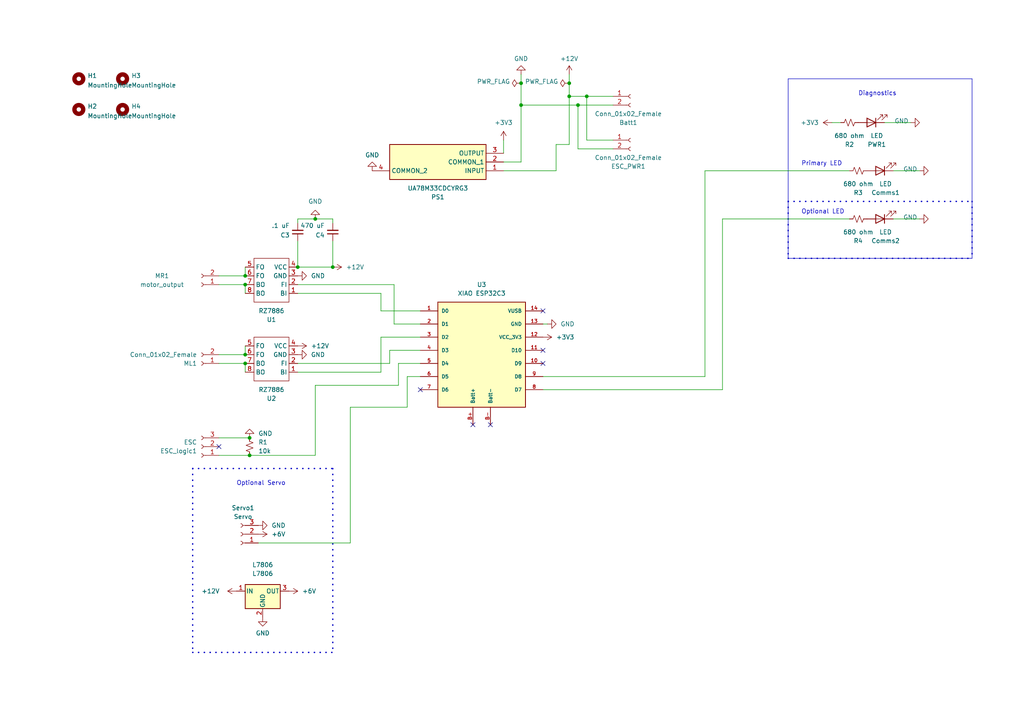
<source format=kicad_sch>
(kicad_sch (version 20230121) (generator eeschema)
  (paper "A4")
  (title_block (title "VS Robot Combat Receiver") (rev "6") (company "Vector Space") (comment 1 "XIAO ESP32C3 with RZ7886 driver"))
  (lib_symbols
    (symbol "Connector:Conn_01x02_Female" (pin_names (offset 1.016) hide)
      (property "Reference" "J" (at 0 2.54 0))
      (property "Value" "Conn_01x02_Female" (at 0 -5.08 0))
      (symbol "Conn_01x02_Female_1_1"
        (arc (start 0 -2.032) (mid -0.5058 -2.54) (end 0 -3.048) (stroke (width 0.1524)))
        (polyline (pts (xy -1.27 -2.54) (xy -0.508 -2.54)) (stroke (width 0.1524)))
        (polyline (pts (xy -1.27 0) (xy -0.508 0)) (stroke (width 0.1524)))
        (arc (start 0 0.508) (mid -0.5058 0) (end 0 -0.508) (stroke (width 0.1524)))
        (pin passive line (at -5.08 0 0) (length 3.81) (name "Pin_1") (number "1"))
        (pin passive line (at -5.08 -2.54 0) (length 3.81) (name "Pin_2") (number "2"))
      )
    )
    (symbol "Connector:Conn_01x03_Female" (pin_names (offset 1.016) hide)
      (property "Reference" "J" (at 0 5.08 0))
      (property "Value" "Conn_01x03_Female" (at 0 -5.08 0))
      (symbol "Conn_01x03_Female_1_1"
        (arc (start 0 -2.032) (mid -0.5058 -2.54) (end 0 -3.048) (stroke (width 0.1524)))
        (polyline (pts (xy -1.27 -2.54) (xy -0.508 -2.54)) (stroke (width 0.1524)))
        (polyline (pts (xy -1.27 0) (xy -0.508 0)) (stroke (width 0.1524)))
        (polyline (pts (xy -1.27 2.54) (xy -0.508 2.54)) (stroke (width 0.1524)))
        (arc (start 0 0.508) (mid -0.5058 0) (end 0 -0.508) (stroke (width 0.1524)))
        (arc (start 0 3.048) (mid -0.5058 2.54) (end 0 2.032) (stroke (width 0.1524)))
        (pin passive line (at -5.08 2.54 0) (length 3.81) (name "Pin_1") (number "1"))
        (pin passive line (at -5.08 0 0) (length 3.81) (name "Pin_2") (number "2"))
        (pin passive line (at -5.08 -2.54 0) (length 3.81) (name "Pin_3") (number "3"))
      )
    )
    (symbol "Device:C_Small" (pin_numbers hide) (pin_names (offset 0.254) hide)
      (property "Reference" "C" (at 0.254 1.778 0))
      (property "Value" "C_Small" (at 0.254 -2.032 0))
      (symbol "C_Small_0_1"
        (polyline (pts (xy -1.524 -0.508) (xy 1.524 -0.508)) (stroke (width 0.3302)))
        (polyline (pts (xy -1.524 0.508) (xy 1.524 0.508)) (stroke (width 0.3048)))
      )
      (symbol "C_Small_1_1"
        (pin passive line (at 0 2.54 270) (length 2.032) (name "~") (number "1"))
        (pin passive line (at 0 -2.54 90) (length 2.032) (name "~") (number "2"))
      )
    )
    (symbol "Device:LED" (pin_numbers hide) (pin_names (offset 1.016) hide)
      (property "Reference" "D" (at 0 2.54 0))
      (property "Value" "LED" (at 0 -2.54 0))
      (symbol "LED_0_1"
        (polyline (pts (xy -1.27 -1.27) (xy -1.27 1.27)) (stroke (width 0.254)))
        (polyline (pts (xy -1.27 0) (xy 1.27 0)))
        (polyline (pts (xy 1.27 -1.27) (xy 1.27 1.27) (xy -1.27 0) (xy 1.27 -1.27)) (stroke (width 0.254)))
        (polyline (pts (xy -3.048 -0.762) (xy -4.572 -2.286) (xy -3.81 -2.286) (xy -4.572 -2.286) (xy -4.572 -1.524)))
        (polyline (pts (xy -1.778 -0.762) (xy -3.302 -2.286) (xy -2.54 -2.286) (xy -3.302 -2.286) (xy -3.302 -1.524)))
      )
      (symbol "LED_1_1"
        (pin passive line (at -3.81 0 0) (length 2.54) (name "K") (number "1"))
        (pin passive line (at 3.81 0 180) (length 2.54) (name "A") (number "2"))
      )
    )
    (symbol "Device:R_Small_US" (pin_numbers hide) (pin_names (offset 0.254) hide)
      (property "Reference" "R" (at 0.762 0.508 0))
      (property "Value" "R_Small_US" (at 0.762 -1.016 0))
      (symbol "R_Small_US_1_1"
        (polyline (pts (xy 0 0) (xy 1.016 -0.381) (xy 0 -0.762) (xy -1.016 -1.143) (xy 0 -1.524)))
        (polyline (pts (xy 0 1.524) (xy 1.016 1.143) (xy 0 0.762) (xy -1.016 0.381) (xy 0 0)))
        (pin passive line (at 0 2.54 270) (length 1.016) (name "~") (number "1"))
        (pin passive line (at 0 -2.54 90) (length 1.016) (name "~") (number "2"))
      )
    )
    (symbol "Mechanical:MountingHole" (pin_names (offset 1.016))
      (property "Reference" "H" (at 0 5.08 0))
      (property "Value" "MountingHole" (at 0 3.175 0))
      (symbol "MountingHole_0_1"
        (circle (center 0 0) (radius 1.27) (stroke (width 1.27)))
      )
    )
    (symbol "RZ7886:RZ7886"
      (property "Reference" "U" (at 0 0 0))
      (property "Value" "RZ7886" (at 0 5.08 0))
      (symbol "RZ7886_0_1"
        (rectangle (start -5.08 -1.27) (end 5.08 -13.97))
      )
      (symbol "RZ7886_1_1"
        (pin input line (at -7.62 -3.81 0) (length 2.54) (name "BI") (number "1"))
        (pin input line (at -7.62 -6.35 0) (length 2.54) (name "FI") (number "2"))
        (pin power_in line (at -7.62 -8.89 0) (length 2.54) (name "GND") (number "3"))
        (pin power_in line (at -7.62 -11.43 0) (length 2.54) (name "VCC") (number "4"))
        (pin bidirectional line (at 7.62 -11.43 180) (length 2.54) (name "FO") (number "5"))
        (pin bidirectional line (at 7.62 -8.89 180) (length 2.54) (name "FO") (number "6"))
        (pin bidirectional line (at 7.62 -6.35 180) (length 2.54) (name "BO") (number "7"))
        (pin bidirectional line (at 7.62 -3.81 180) (length 2.54) (name "BO") (number "8"))
      )
    )
    (symbol "RZ7886_1"
      (property "Reference" "U" (at 0 0 0))
      (property "Value" "RZ7886" (at 0 5.08 0))
      (symbol "RZ7886_1_0_1"
        (rectangle (start -5.08 -1.27) (end 5.08 -13.97))
      )
      (symbol "RZ7886_1_1_1"
        (pin input line (at -7.62 -3.81 0) (length 2.54) (name "BI") (number "1"))
        (pin input line (at -7.62 -6.35 0) (length 2.54) (name "FI") (number "2"))
        (pin power_in line (at -7.62 -8.89 0) (length 2.54) (name "GND") (number "3"))
        (pin power_in line (at -7.62 -11.43 0) (length 2.54) (name "VCC") (number "4"))
        (pin bidirectional line (at 7.62 -11.43 180) (length 2.54) (name "FO") (number "5"))
        (pin bidirectional line (at 7.62 -8.89 180) (length 2.54) (name "FO") (number "6"))
        (pin bidirectional line (at 7.62 -6.35 180) (length 2.54) (name "BO") (number "7"))
        (pin bidirectional line (at 7.62 -3.81 180) (length 2.54) (name "BO") (number "8"))
      )
    )
    (symbol "Regulator_Linear:L7806" (pin_names (offset 0.254))
      (property "Reference" "U" (at -3.81 3.175 0))
      (property "Value" "L7806" (at 0 3.175 0))
      (symbol "L7806_0_1"
        (rectangle (start -5.08 1.905) (end 5.08 -5.08) (stroke (width 0.254)) (fill (type background)))
      )
      (symbol "L7806_1_1"
        (pin power_in line (at -7.62 0 0) (length 2.54) (name "IN") (number "1"))
        (pin power_in line (at 0 -7.62 90) (length 2.54) (name "GND") (number "2"))
        (pin power_out line (at 7.62 0 180) (length 2.54) (name "OUT") (number "3"))
      )
    )
    (symbol "libraries:UA78M33CDCYRG3"
      (property "Reference" "PS1" (at 19.05 7.62 0))
      (property "Value" "UA78M33CDCYRG3" (at 19.05 5.08 0))
      (symbol "UA78M33CDCYRG3_1_1"
        (rectangle (start 5.08 2.54) (end 33.02 -7.62) (stroke (width 0.254)) (fill (type background)))
        (pin power_in line (at 0 0 0) (length 5.08) (name "INPUT") (number "1"))
        (pin power_in line (at 0 -2.54 0) (length 5.08) (name "COMMON_1") (number "2"))
        (pin power_out line (at 0 -5.08 0) (length 5.08) (name "OUTPUT") (number "3"))
        (pin power_in line (at 38.1 0 180) (length 5.08) (name "COMMON_2") (number "4"))
      )
    )
    (symbol "power:+12V" (power) (pin_names (offset 0))
      (property "Value" "+12V" (at 0 3.556 0))
      (symbol "+12V_0_1"
        (polyline (pts (xy -0.762 1.27) (xy 0 2.54)))
        (polyline (pts (xy 0 0) (xy 0 2.54)))
        (polyline (pts (xy 0 2.54) (xy 0.762 1.27)))
      )
      (symbol "+12V_1_1"
        (pin power_in line (at 0 0 90) (length 0) hide (name "+12V") (number "1"))
      )
    )
    (symbol "power:+3.3V" (power) (pin_names (offset 0))
      (property "Value" "+3.3V" (at 0 3.556 0))
      (symbol "+3.3V_0_1"
        (polyline (pts (xy -0.762 1.27) (xy 0 2.54)))
        (polyline (pts (xy 0 0) (xy 0 2.54)))
        (polyline (pts (xy 0 2.54) (xy 0.762 1.27)))
      )
      (symbol "+3.3V_1_1"
        (pin power_in line (at 0 0 90) (length 0) hide (name "+3V3") (number "1"))
      )
    )
    (symbol "power:+6V" (power) (pin_names (offset 0))
      (property "Value" "+6V" (at 0 3.556 0))
      (symbol "+6V_0_1"
        (polyline (pts (xy -0.762 1.27) (xy 0 2.54)))
        (polyline (pts (xy 0 0) (xy 0 2.54)))
        (polyline (pts (xy 0 2.54) (xy 0.762 1.27)))
      )
      (symbol "+6V_1_1"
        (pin power_in line (at 0 0 90) (length 0) hide (name "+6V") (number "1"))
      )
    )
    (symbol "power:GND" (power) (pin_names (offset 0))
      (property "Value" "GND" (at 0 -3.81 0))
      (symbol "GND_0_1"
        (polyline (pts (xy 0 0) (xy 0 -1.27) (xy 1.27 -1.27) (xy 0 -2.54) (xy -1.27 -1.27) (xy 0 -1.27)))
      )
      (symbol "GND_1_1"
        (pin power_in line (at 0 0 270) (length 0) hide (name "GND") (number "1"))
      )
    )
    (symbol "power:PWR_FLAG" (power) (pin_numbers hide) (pin_names (offset 0) hide)
      (property "Value" "PWR_FLAG" (at 0 3.81 0))
      (symbol "PWR_FLAG_0_0"
        (pin power_out line (at 0 0 90) (length 0) (name "pwr") (number "1"))
      )
      (symbol "PWR_FLAG_0_1"
        (polyline (pts (xy 0 0) (xy 0 1.27) (xy -1.016 1.905) (xy 0 2.54) (xy 1.016 1.905) (xy 0 1.27)))
      )
    )
    (symbol "xiao_esp32c3:XIAO ESP32C3" (pin_names (offset 1.016))
      (property "Reference" "U" (at -12.7 16.002 0))
      (property "Value" "XIAO ESP32C3" (at 7.62 -19.05 0))
      (symbol "XIAO ESP32C3_0_0"
        (rectangle (start -12.7 15.24) (end 12.7 -15.24) (stroke (width 0.254)) (fill (type background)))
        (pin bidirectional line (at -17.78 12.7 0) (length 5.08) (name "D0") (number "1"))
        (pin bidirectional line (at 17.78 -2.54 180) (length 5.08) (name "D9") (number "10"))
        (pin bidirectional line (at 17.78 1.27 180) (length 5.08) (name "D10") (number "11"))
        (pin power_in line (at 17.78 5.08 180) (length 5.08) (name "VCC_3V3") (number "12"))
        (pin power_in line (at 17.78 8.89 180) (length 5.08) (name "GND") (number "13"))
        (pin power_in line (at 17.78 12.7 180) (length 5.08) (name "VUSB") (number "14"))
        (pin bidirectional line (at -17.78 8.89 0) (length 5.08) (name "D1") (number "2"))
        (pin bidirectional line (at -17.78 5.08 0) (length 5.08) (name "D2") (number "3"))
        (pin bidirectional line (at -17.78 1.27 0) (length 5.08) (name "D3") (number "4"))
        (pin bidirectional line (at -17.78 -2.54 0) (length 5.08) (name "D4") (number "5"))
        (pin bidirectional line (at -17.78 -6.35 0) (length 5.08) (name "D5") (number "6"))
        (pin bidirectional line (at 17.78 -6.35 180) (length 5.08) (name "D8") (number "9"))
      )
      (symbol "XIAO ESP32C3_1_0"
        (pin bidirectional line (at -17.78 -10.16 0) (length 5.08) (name "D6") (number "7"))
        (pin bidirectional line (at 17.78 -10.16 180) (length 5.08) (name "D7") (number "8"))
        (pin power_in line (at -2.54 -20.32 90) (length 5.08) (name "Batt+") (number "B+"))
        (pin power_in line (at 2.54 -20.32 90) (length 5.08) (name "Batt-") (number "B-"))
      )
    )
  )
  (junction (at 71.12 102.87))
  (junction (at 151.13 24.13))
  (junction (at 71.12 105.41))
  (junction (at 170.18 27.94))
  (junction (at 72.39 132.08))
  (junction (at 71.12 82.55))
  (junction (at 71.12 80.01))
  (junction (at 165.1 24.13))
  (junction (at 96.52 77.47))
  (junction (at 151.13 30.48))
  (junction (at 86.36 77.47))
  (junction (at 165.1 27.94))
  (junction (at 72.39 127))
  (junction (at 91.44 63.5))
  (junction (at 167.64 30.48))
  (no_connect (at 137.16 123.19))
  (no_connect (at 157.48 105.41))
  (no_connect (at 63.5 129.54))
  (no_connect (at 157.48 101.6))
  (no_connect (at 121.92 113.03))
  (no_connect (at 142.24 123.19))
  (no_connect (at 157.48 90.17))
  (wire (pts (xy 209.55 113.03) (xy 157.48 113.03)))
  (wire (pts (xy 63.5 105.41) (xy 71.12 105.41)))
  (polyline (pts (xy 281.94 58.42) (xy 281.94 74.93)) (stroke (width 0.4) (type dot)))
  (polyline (pts (xy 228.6 74.93) (xy 281.94 74.93)) (stroke (width 0.4) (type dot)))
  (wire (pts (xy 121.92 109.22) (xy 118.11 109.22)))
  (wire (pts (xy 118.11 109.22) (xy 118.11 118.11)))
  (wire (pts (xy 151.13 46.99) (xy 151.13 30.48)))
  (wire (pts (xy 71.12 80.01) (xy 71.12 77.47)))
  (wire (pts (xy 167.64 30.48) (xy 167.64 43.18)))
  (wire (pts (xy 110.49 90.17) (xy 110.49 85.09)))
  (wire (pts (xy 266.7 63.5) (xy 259.08 63.5)))
  (wire (pts (xy 71.12 107.95) (xy 71.12 105.41)))
  (polyline (pts (xy 281.94 22.86) (xy 281.94 74.93)))
  (polyline (pts (xy 55.88 135.89) (xy 55.88 189.23)) (stroke (width 0.4) (type dot)))
  (wire (pts (xy 72.39 127) (xy 63.5 127)))
  (wire (pts (xy 91.44 132.08) (xy 72.39 132.08)))
  (wire (pts (xy 110.49 97.79) (xy 121.92 97.79)))
  (polyline (pts (xy 55.88 135.89) (xy 96.52 135.89)) (stroke (width 0.4) (type dot)))
  (wire (pts (xy 246.38 63.5) (xy 209.55 63.5)))
  (wire (pts (xy 204.47 49.53) (xy 246.38 49.53)))
  (wire (pts (xy 161.29 49.53) (xy 146.05 49.53)))
  (wire (pts (xy 86.36 82.55) (xy 114.3 82.55)))
  (wire (pts (xy 161.29 41.91) (xy 165.1 41.91)))
  (wire (pts (xy 167.64 30.48) (xy 151.13 30.48)))
  (wire (pts (xy 114.3 82.55) (xy 114.3 93.98)))
  (wire (pts (xy 86.36 77.47) (xy 96.52 77.47)))
  (wire (pts (xy 71.12 102.87) (xy 63.5 102.87)))
  (wire (pts (xy 146.05 44.45) (xy 146.05 40.64)))
  (wire (pts (xy 177.8 27.94) (xy 170.18 27.94)))
  (polyline (pts (xy 228.6 58.42) (xy 228.6 74.93)) (stroke (width 0.4) (type dot)))
  (wire (pts (xy 151.13 24.13) (xy 151.13 30.48)))
  (polyline (pts (xy 55.88 189.23) (xy 96.52 189.23)) (stroke (width 0.4) (type dot)))
  (wire (pts (xy 170.18 27.94) (xy 165.1 27.94)))
  (wire (pts (xy 113.03 105.41) (xy 86.36 105.41)))
  (wire (pts (xy 113.03 101.6) (xy 113.03 105.41)))
  (polyline (pts (xy 228.6 74.93) (xy 281.94 74.93)))
  (wire (pts (xy 114.3 93.98) (xy 121.92 93.98)))
  (wire (pts (xy 121.92 101.6) (xy 113.03 101.6)))
  (wire (pts (xy 121.92 90.17) (xy 110.49 90.17)))
  (wire (pts (xy 91.44 63.5) (xy 86.36 63.5)))
  (wire (pts (xy 110.49 85.09) (xy 86.36 85.09)))
  (wire (pts (xy 151.13 21.59) (xy 151.13 24.13)))
  (wire (pts (xy 165.1 27.94) (xy 165.1 24.13)))
  (wire (pts (xy 71.12 80.01) (xy 63.5 80.01)))
  (wire (pts (xy 86.36 69.85) (xy 86.36 77.47)))
  (wire (pts (xy 157.48 109.22) (xy 204.47 109.22)))
  (wire (pts (xy 74.93 157.48) (xy 101.6 157.48)))
  (wire (pts (xy 96.52 77.47) (xy 96.52 69.85)))
  (wire (pts (xy 71.12 102.87) (xy 71.12 100.33)))
  (wire (pts (xy 91.44 111.76) (xy 115.57 111.76)))
  (wire (pts (xy 101.6 157.48) (xy 101.6 118.11)))
  (polyline (pts (xy 228.6 22.86) (xy 281.94 22.86)))
  (wire (pts (xy 243.84 35.56) (xy 241.3 35.56)))
  (wire (pts (xy 266.7 49.53) (xy 259.08 49.53)))
  (wire (pts (xy 86.36 107.95) (xy 110.49 107.95)))
  (wire (pts (xy 167.64 43.18) (xy 177.8 43.18)))
  (wire (pts (xy 157.48 93.98) (xy 158.75 93.98)))
  (wire (pts (xy 96.52 63.5) (xy 91.44 63.5)))
  (wire (pts (xy 101.6 118.11) (xy 118.11 118.11)))
  (wire (pts (xy 161.29 41.91) (xy 161.29 49.53)))
  (wire (pts (xy 165.1 24.13) (xy 165.1 21.59)))
  (wire (pts (xy 151.13 46.99) (xy 146.05 46.99)))
  (wire (pts (xy 170.18 27.94) (xy 170.18 40.64)))
  (wire (pts (xy 115.57 105.41) (xy 115.57 111.76)))
  (wire (pts (xy 96.52 64.77) (xy 96.52 63.5)))
  (polyline (pts (xy 228.6 58.42) (xy 281.94 58.42)) (stroke (width 0.4) (type dot)))
  (polyline (pts (xy 228.6 22.86) (xy 228.6 74.93)))
  (wire (pts (xy 71.12 85.09) (xy 71.12 82.55)))
  (wire (pts (xy 91.44 111.76) (xy 91.44 132.08)))
  (wire (pts (xy 170.18 40.64) (xy 177.8 40.64)))
  (wire (pts (xy 121.92 105.41) (xy 115.57 105.41)))
  (wire (pts (xy 63.5 132.08) (xy 72.39 132.08)))
  (wire (pts (xy 63.5 82.55) (xy 71.12 82.55)))
  (wire (pts (xy 165.1 41.91) (xy 165.1 27.94)))
  (wire (pts (xy 264.16 35.56) (xy 256.54 35.56)))
  (wire (pts (xy 177.8 30.48) (xy 167.64 30.48)))
  (polyline (pts (xy 96.52 135.89) (xy 96.52 189.23)) (stroke (width 0.4) (type dot)))
  (wire (pts (xy 110.49 107.95) (xy 110.49 97.79)))
  (wire (pts (xy 204.47 49.53) (xy 204.47 109.22)))
  (wire (pts (xy 86.36 64.77) (xy 86.36 63.5)))
  (wire (pts (xy 209.55 63.5) (xy 209.55 113.03)))
  (text "Optional Servo" (at 68.58 140.97 0) (effects (font (size 1.27 1.27)) (justify left bottom)))
  (text "Diagnostics" (at 248.92 27.94 0) (effects (font (size 1.27 1.27)) (justify left bottom)))
  (text "Optional LED" (at 232.41 62.23 0) (effects (font (size 1.27 1.27)) (justify left bottom)))
  (text "Primary LED" (at 232.41 48.26 0) (effects (font (size 1.27 1.27)) (justify left bottom)))
  (symbol (lib_id "power:PWR_FLAG") (at 165.1 24.13 90) (unit 1)
    (property "Reference" "#FLG01" (effects hide))
    (property "Value" "PWR_FLAG" (at 161.925 23.651 90) (effects (justify left)))
  )
  (symbol (lib_id "power:+12V") (at 96.52 77.47 270) (unit 1)
    (property "Reference" "#PWR010" (effects hide))
    (property "Value" "+12V" (at 100.33 77.47 90) (effects (justify left)))
  )
  (symbol (lib_id "Device:R_Small_US") (at 248.92 63.5 90) (unit 1)
    (property "Reference" "R4" (at 248.92 69.85 90))
    (property "Value" "680 ohm" (at 248.92 67.31 90))
    (property "Footprint" "Resistor_SMD:R_0805_2012Metric_Pad1.20x1.40mm_HandSolder" (effects hide))
  )
  (symbol (lib_id "Device:LED") (at 255.27 49.53 180) (unit 1)
    (property "Reference" "Comms1" (at 256.8575 55.88 0))
    (property "Value" "LED" (at 256.8575 53.34 0))
    (property "Footprint" "LED_SMD:LED_0805_2012Metric_Pad1.15x1.40mm_HandSolder" (effects hide))
  )
  (symbol (lib_id "Mechanical:MountingHole") (at 22.86 22.86 0) (unit 1)
    (property "Reference" "H1" (at 25.4 21.9515 0) (effects (justify left)))
    (property "Value" "MountingHole" (at 25.4 24.7266 0) (effects (justify left)))
    (property "Footprint" "MountingHole:MountingHole_3.2mm_M3" (effects hide))
  )
  (symbol (lib_id "power:GND") (at 91.44 63.5 180) (unit 1)
    (property "Reference" "#PWR02" (effects hide))
    (property "Value" "GND" (at 91.44 58.42 0))
  )
  (symbol (lib_id "xiao_esp32c3:XIAO ESP32C3") (at 139.7 102.87 0) (unit 1)
    (property "Reference" "U3" (at 139.7 82.55 0))
    (property "Value" "XIAO ESP32C3" (at 139.7 85.09 0))
    (property "Footprint" "XIAO_ESP32C3:xiao_esp32c3" (effects hide))
    (property "Datasheet" "https://files.seeedstudio.com/wiki/Seeed-Studio-XIAO-ESP32/esp32-c3_datasheet.pdf" (effects hide))
    (property "Description" "ESP32C3 Transceiver Evaluation Board" (effects hide))
    (property "MANUFACTURER" "Seeed Technology" (effects hide))
  )
  (symbol (lib_id "power:+3.3V") (at 241.3 35.56 90) (unit 1)
    (property "Reference" "#PWR06" (effects hide))
    (property "Value" "+3.3V" (at 237.49 35.56 90) (effects (justify left)))
  )
  (symbol (lib_id "Connector:Conn_01x02_Female") (at 58.42 105.41 180) (unit 1)
    (property "Reference" "ML1" (at 57.15 105.41 0) (effects (justify left)))
    (property "Value" "Conn_01x02_Female" (at 57.15 102.87 0) (effects (justify left)))
    (property "Footprint" "Connector_PinSocket_2.54mm:PinSocket_1x02_P2.54mm_Vertical" (effects hide))
  )
  (symbol (lib_id "power:GND") (at 158.75 93.98 90) (unit 1)
    (property "Reference" "#PWR013" (effects hide))
    (property "Value" "GND" (at 162.56 93.98 90) (effects (justify right)))
  )
  (symbol (lib_id "power:+12V") (at 165.1 21.59 0) (unit 1)
    (property "Reference" "#PWR01" (effects hide))
    (property "Value" "+12V" (at 165.1 17.0275 0))
  )
  (symbol (lib_id "power:GND") (at 264.16 35.56 90) (unit 1)
    (property "Reference" "#PWR07" (effects hide))
    (property "Value" "GND" (at 263.525 35.081 90) (effects (justify left)))
  )
  (symbol (lib_id "power:+6V") (at 83.82 171.45 270) (unit 1)
    (property "Reference" "#PWR020" (effects hide))
    (property "Value" "+6V" (at 87.63 171.4499 90) (effects (justify left)))
  )
  (symbol (lib_id "Device:LED") (at 255.27 63.5 180) (unit 1)
    (property "Reference" "Comms2" (at 256.8575 69.85 0))
    (property "Value" "LED" (at 256.8575 67.31 0))
    (property "Footprint" "LED_SMD:LED_0805_2012Metric_Pad1.15x1.40mm_HandSolder" (effects hide))
  )
  (symbol (lib_id "power:GND") (at 74.93 152.4 90) (unit 1)
    (property "Reference" "#PWR016" (effects hide))
    (property "Value" "GND" (at 78.74 152.3999 90) (effects (justify right)))
  )
  (symbol (lib_id "power:GND") (at 107.95 49.53 180) (unit 1)
    (property "Reference" "#PWR019" (effects hide))
    (property "Value" "GND" (at 107.95 44.9675 0))
  )
  (symbol (lib_id "Device:LED") (at 252.73 35.56 180) (unit 1)
    (property "Reference" "PWR1" (at 254.3175 41.91 0))
    (property "Value" "LED" (at 254.3175 39.37 0))
    (property "Footprint" "LED_SMD:LED_0805_2012Metric_Pad1.15x1.40mm_HandSolder" (effects hide))
  )
  (symbol (lib_id "power:+6V") (at 74.93 154.94 270) (unit 1)
    (property "Reference" "#PWR017" (effects hide))
    (property "Value" "+6V" (at 78.74 154.9399 90) (effects (justify left)))
  )
  (symbol (lib_id "Connector:Conn_01x03_Female") (at 69.85 154.94 180) (unit 1)
    (property "Reference" "Servo1" (at 70.485 147.32 0))
    (property "Value" "Servo" (at 70.485 149.86 0))
    (property "Footprint" "Connector_PinSocket_2.54mm:PinSocket_1x03_P2.54mm_Vertical" (effects hide))
  )
  (symbol (lib_id "power:GND") (at 86.36 80.01 90) (unit 1)
    (property "Reference" "#PWR09" (effects hide))
    (property "Value" "GND" (at 90.17 80.01 90) (effects (justify right)))
  )
  (symbol (lib_id "Connector:Conn_01x03_Female") (at 58.42 129.54 180) (unit 1)
    (property "Reference" "ESC_logic1" (at 57.15 130.81 0) (effects (justify left)))
    (property "Value" "ESC" (at 57.15 128.27 0) (effects (justify left)))
    (property "Footprint" "Connector_PinSocket_2.54mm:PinSocket_1x03_P2.54mm_Vertical" (effects hide))
  )
  (symbol (lib_id "Device:R_Small_US") (at 72.39 129.54 0) (unit 1)
    (property "Reference" "R1" (at 74.93 128.27 0) (effects (justify left)))
    (property "Value" "10k" (at 74.93 130.81 0) (effects (justify left)))
    (property "Footprint" "Resistor_SMD:R_0805_2012Metric_Pad1.20x1.40mm_HandSolder" (effects hide))
  )
  (symbol (lib_id "libraries:UA78M33CDCYRG3") (at 146.05 49.53 180) (unit 1)
    (property "Reference" "PS1" (at 127 57.15 0))
    (property "Value" "UA78M33CDCYRG3" (at 127 54.61 0))
    (property "Footprint" "ua78-vreg:SOT230P700X180-4N" (effects hide))
    (property "Datasheet" "https://datasheet.datasheetarchive.com/originals/distributors/SFDatasheet-6/sf-000132451.pdf" (effects hide))
    (property "Height" "1.8" (effects hide))
    (property "Mouser Part Number" "595-UA78M33CDCYRG3" (effects hide))
    (property "Mouser Price/Stock" "https://www.mouser.co.uk/ProductDetail/Texas-Instruments/UA78M33CDCYRG3?qs=0O%2FZFlpUpJWpEeApPMv65Q%3D%3D" (effects hide))
    (property "Manufacturer_Name" "Texas Instruments" (effects hide))
    (property "Manufacturer_Part_Number" "UA78M33CDCYRG3" (effects hide))
  )
  (symbol (lib_id "power:+12V") (at 68.58 171.45 90) (unit 1)
    (property "Reference" "#PWR015" (effects hide))
    (property "Value" "+12V" (at 58.42 171.45 90) (effects (justify right)))
  )
  (symbol (lib_id "Device:C_Small") (at 96.52 67.31 180) (unit 1)
    (property "Reference" "C4" (at 94.1959 68.2122 0) (effects (justify left)))
    (property "Value" "470 uF" (at 94.1959 65.4371 0) (effects (justify left)))
    (property "Footprint" "Capacitor_THT:CP_Radial_D8.0mm_P3.80mm" (effects hide))
  )
  (symbol (lib_id "power:GND") (at 72.39 127 180) (unit 1)
    (property "Reference" "#PWR014" (effects hide))
    (property "Value" "GND" (at 74.93 125.73 0) (effects (justify right)))
  )
  (symbol (lib_id "Mechanical:MountingHole") (at 22.86 31.75 0) (unit 1)
    (property "Reference" "H2" (at 25.4 30.8415 0) (effects (justify left)))
    (property "Value" "MountingHole" (at 25.4 33.6166 0) (effects (justify left)))
    (property "Footprint" "MountingHole:MountingHole_3.2mm_M3" (effects hide))
  )
  (symbol (lib_id "power:GND") (at 266.7 49.53 90) (unit 1)
    (property "Reference" "#PWR021" (effects hide))
    (property "Value" "GND" (at 266.065 49.051 90) (effects (justify left)))
  )
  (symbol (lib_id "Device:R_Small_US") (at 246.38 35.56 90) (unit 1)
    (property "Reference" "R2" (at 246.38 41.91 90))
    (property "Value" "680 ohm" (at 246.38 39.37 90))
    (property "Footprint" "Resistor_SMD:R_0805_2012Metric_Pad1.20x1.40mm_HandSolder" (effects hide))
  )
  (symbol (lib_name "RZ7886_1") (lib_id "RZ7886:RZ7886") (at 78.74 88.9 180) (unit 1)
    (property "Reference" "U1" (at 78.74 92.71 0))
    (property "Value" "RZ7886" (at 78.74 90.17 0))
    (property "Footprint" "Package_DIP:DIP-8_W7.62mm" (effects hide))
    (property "Datasheet" "https://www.micros.com.pl/mediaserver/UIRZ7886_0001.pdf" (effects hide))
  )
  (symbol (lib_id "Connector:Conn_01x02_Female") (at 182.88 40.64 0) (unit 1)
    (property "Reference" "ESC_PWR1" (at 182.245 48.26 0))
    (property "Value" "Conn_01x02_Female" (at 182.245 45.72 0))
    (property "Footprint" "custom:battery_pads" (effects hide))
  )
  (symbol (lib_id "Device:R_Small_US") (at 248.92 49.53 90) (unit 1)
    (property "Reference" "R3" (at 248.92 55.88 90))
    (property "Value" "680 ohm" (at 248.92 53.34 90))
    (property "Footprint" "Resistor_SMD:R_0805_2012Metric_Pad1.20x1.40mm_HandSolder" (effects hide))
  )
  (symbol (lib_id "power:GND") (at 86.36 102.87 90) (unit 1)
    (property "Reference" "#PWR08" (effects hide))
    (property "Value" "GND" (at 90.17 102.87 90) (effects (justify right)))
  )
  (symbol (lib_id "Mechanical:MountingHole") (at 35.56 22.86 0) (unit 1)
    (property "Reference" "H3" (at 38.1 21.9515 0) (effects (justify left)))
    (property "Value" "MountingHole" (at 38.1 24.7266 0) (effects (justify left)))
    (property "Footprint" "MountingHole:MountingHole_3.2mm_M3" (effects hide))
  )
  (symbol (lib_id "Connector:Conn_01x02_Female") (at 182.88 27.94 0) (unit 1)
    (property "Reference" "Batt1" (at 182.245 35.56 0))
    (property "Value" "Conn_01x02_Female" (at 182.245 33.02 0))
    (property "Footprint" "custom:battery_pads" (effects hide))
  )
  (symbol (lib_id "power:GND") (at 266.7 63.5 90) (unit 1)
    (property "Reference" "#PWR011" (effects hide))
    (property "Value" "GND" (at 266.065 63.021 90) (effects (justify left)))
  )
  (symbol (lib_id "Regulator_Linear:L7806") (at 76.2 171.45 0) (unit 1)
    (property "Reference" "L7806" (at 76.2 163.83 0))
    (property "Value" "L7806" (at 76.2 166.37 0))
    (property "Footprint" "Package_TO_SOT_SMD:TO-263-2_TabPin1" (effects hide))
    (property "Datasheet" "http://www.st.com/content/ccc/resource/technical/document/datasheet/41/4f/b3/b0/12/d4/47/88/CD00000444.pdf/files/CD00000444.pdf/jcr:content/translations/en.CD00000444.pdf" (effects hide))
  )
  (symbol (lib_id "power:+3.3V") (at 157.48 97.79 270) (unit 1)
    (property "Reference" "#PWR05" (effects hide))
    (property "Value" "+3.3V" (at 161.29 97.79 90) (effects (justify left)))
  )
  (symbol (lib_id "power:+12V") (at 86.36 100.33 270) (unit 1)
    (property "Reference" "#PWR03" (effects hide))
    (property "Value" "+12V" (at 90.17 100.33 90) (effects (justify left)))
  )
  (symbol (lib_id "Device:C_Small") (at 86.36 67.31 180) (unit 1)
    (property "Reference" "C3" (at 84.0359 68.2122 0) (effects (justify left)))
    (property "Value" ".1 uF" (at 84.0359 65.4371 0) (effects (justify left)))
    (property "Footprint" "Capacitor_SMD:C_0805_2012Metric_Pad1.18x1.45mm_HandSolder" (effects hide))
  )
  (symbol (lib_id "Mechanical:MountingHole") (at 35.56 31.75 0) (unit 1)
    (property "Reference" "H4" (at 38.1 30.8415 0) (effects (justify left)))
    (property "Value" "MountingHole" (at 38.1 33.6166 0) (effects (justify left)))
    (property "Footprint" "MountingHole:MountingHole_3.2mm_M3" (effects hide))
  )
  (symbol (lib_id "power:+3.3V") (at 146.05 40.64 0) (unit 1)
    (property "Reference" "#PWR012" (effects hide))
    (property "Value" "+3.3V" (at 146.05 35.56 0))
  )
  (symbol (lib_id "Connector:Conn_01x02_Female") (at 58.42 82.55 180) (unit 1)
    (property "Reference" "MR1" (at 46.99 80.01 0))
    (property "Value" "motor_output" (at 46.99 82.55 0))
    (property "Footprint" "custom:DC_motor_output" (effects hide))
  )
  (symbol (lib_id "power:GND") (at 151.13 21.59 180) (unit 1)
    (property "Reference" "#PWR04" (effects hide))
    (property "Value" "GND" (at 151.13 17.0275 0))
  )
  (symbol (lib_id "power:PWR_FLAG") (at 151.13 24.13 90) (unit 1)
    (property "Reference" "#FLG02" (effects hide))
    (property "Value" "PWR_FLAG" (at 147.955 23.651 90) (effects (justify left)))
  )
  (symbol (lib_id "power:GND") (at 76.2 179.07 0) (unit 1)
    (property "Reference" "#PWR018" (effects hide))
    (property "Value" "GND" (at 76.2 183.6325 0))
  )
  (symbol (lib_id "RZ7886:RZ7886") (at 78.74 111.76 180) (unit 1)
    (property "Reference" "U2" (at 78.74 115.57 0))
    (property "Value" "RZ7886" (at 78.74 113.03 0))
    (property "Footprint" "Package_DIP:DIP-8_W7.62mm" (effects hide))
    (property "Datasheet" "https://www.micros.com.pl/mediaserver/UIRZ7886_0001.pdf" (effects hide))
  )
)
</source>
